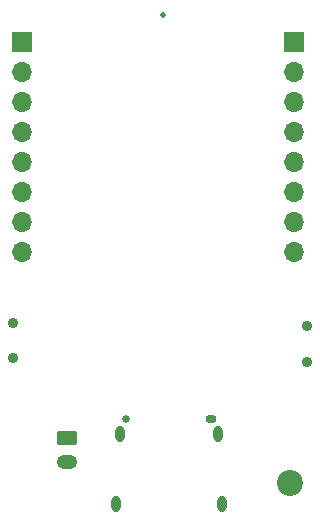
<source format=gbr>
%TF.GenerationSoftware,KiCad,Pcbnew,9.0.0*%
%TF.CreationDate,2025-05-10T20:39:51+02:00*%
%TF.ProjectId,ESP32CAM Shield,45535033-3243-4414-9d20-536869656c64,rev?*%
%TF.SameCoordinates,Original*%
%TF.FileFunction,Soldermask,Bot*%
%TF.FilePolarity,Negative*%
%FSLAX46Y46*%
G04 Gerber Fmt 4.6, Leading zero omitted, Abs format (unit mm)*
G04 Created by KiCad (PCBNEW 9.0.0) date 2025-05-10 20:39:51*
%MOMM*%
%LPD*%
G01*
G04 APERTURE LIST*
G04 Aperture macros list*
%AMRoundRect*
0 Rectangle with rounded corners*
0 $1 Rounding radius*
0 $2 $3 $4 $5 $6 $7 $8 $9 X,Y pos of 4 corners*
0 Add a 4 corners polygon primitive as box body*
4,1,4,$2,$3,$4,$5,$6,$7,$8,$9,$2,$3,0*
0 Add four circle primitives for the rounded corners*
1,1,$1+$1,$2,$3*
1,1,$1+$1,$4,$5*
1,1,$1+$1,$6,$7*
1,1,$1+$1,$8,$9*
0 Add four rect primitives between the rounded corners*
20,1,$1+$1,$2,$3,$4,$5,0*
20,1,$1+$1,$4,$5,$6,$7,0*
20,1,$1+$1,$6,$7,$8,$9,0*
20,1,$1+$1,$8,$9,$2,$3,0*%
G04 Aperture macros list end*
%ADD10C,2.200000*%
%ADD11RoundRect,0.250000X-0.625000X0.350000X-0.625000X-0.350000X0.625000X-0.350000X0.625000X0.350000X0*%
%ADD12O,1.750000X1.200000*%
%ADD13C,0.900000*%
%ADD14C,0.650000*%
%ADD15O,0.950000X0.650000*%
%ADD16O,0.800000X1.400000*%
%ADD17C,0.500000*%
%ADD18R,1.700000X1.700000*%
%ADD19O,1.700000X1.700000*%
G04 APERTURE END LIST*
D10*
%TO.C,H1*%
X149987000Y-104394000D03*
%TD*%
D11*
%TO.C,J3*%
X131064000Y-100616000D03*
D12*
X131064000Y-102616000D03*
%TD*%
D13*
%TO.C,SW2*%
X126492000Y-90862000D03*
X126492000Y-93862000D03*
%TD*%
%TO.C,SW1*%
X151384000Y-94150000D03*
X151384000Y-91150000D03*
%TD*%
D14*
%TO.C,J4*%
X136100000Y-99018000D03*
D15*
X143300000Y-99018000D03*
D16*
X135210000Y-106218000D03*
X135570000Y-100268000D03*
X143830000Y-100268000D03*
X144190000Y-106218000D03*
%TD*%
D17*
%TO.C,MK1*%
X139192000Y-64788000D03*
%TD*%
D18*
%TO.C,J2*%
X150317200Y-67106800D03*
D19*
X150317200Y-69646800D03*
X150317200Y-72186800D03*
X150317200Y-74726800D03*
X150317200Y-77266800D03*
X150317200Y-79806800D03*
X150317200Y-82346800D03*
X150317200Y-84886800D03*
%TD*%
D18*
%TO.C,J1*%
X127254000Y-67106800D03*
D19*
X127254000Y-69646800D03*
X127254000Y-72186800D03*
X127254000Y-74726800D03*
X127254000Y-77266800D03*
X127254000Y-79806800D03*
X127254000Y-82346800D03*
X127254000Y-84886800D03*
%TD*%
M02*

</source>
